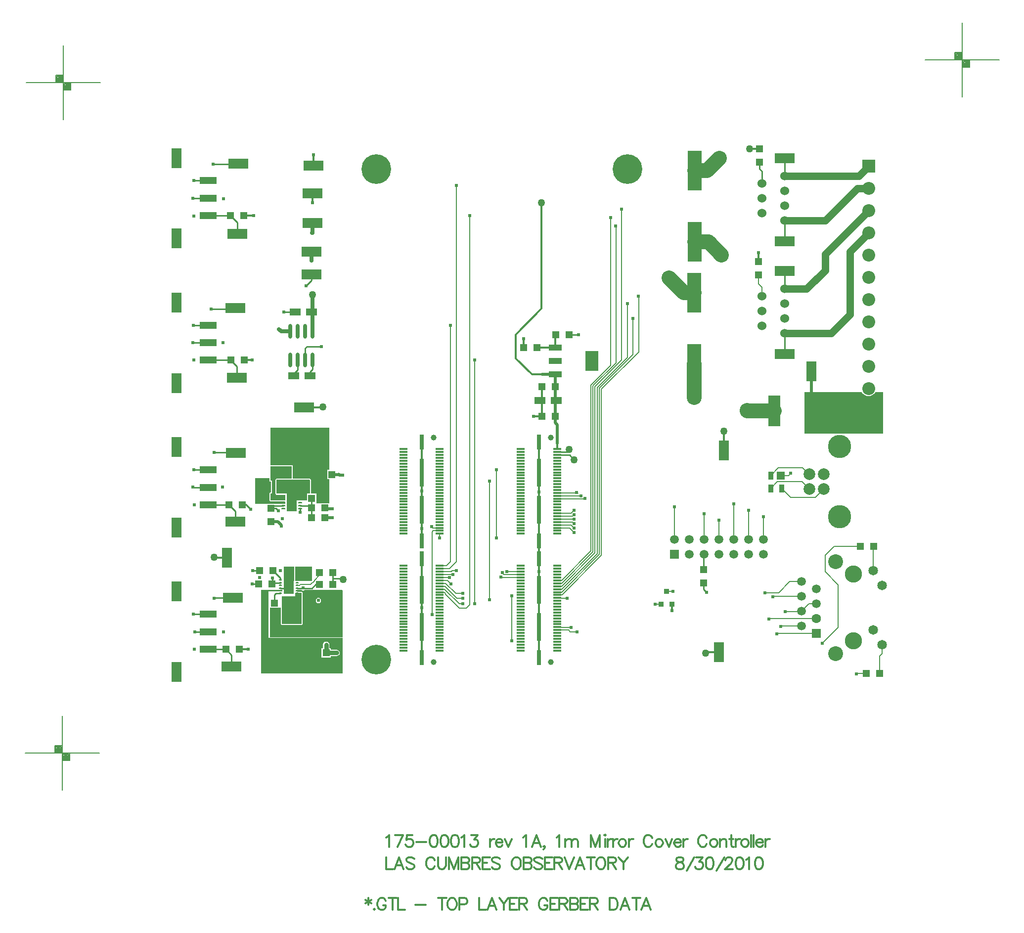
<source format=gtl>
%FSLAX23Y23*%
%MOIN*%
G70*
G01*
G75*
G04 Layer_Physical_Order=1*
G04 Layer_Color=255*
%ADD10R,0.025X0.100*%
%ADD11R,0.057X0.012*%
%ADD12R,0.025X0.185*%
%ADD13R,0.085X0.138*%
%ADD14R,0.085X0.043*%
%ADD15R,0.085X0.043*%
%ADD16R,0.035X0.053*%
%ADD17R,0.053X0.053*%
%ADD18R,0.070X0.135*%
%ADD19R,0.036X0.036*%
%ADD20R,0.098X0.268*%
%ADD21R,0.078X0.048*%
%ADD22R,0.063X0.075*%
%ADD23R,0.050X0.050*%
%ADD24R,0.079X0.209*%
%ADD25R,0.094X0.130*%
%ADD26O,0.028X0.098*%
%ADD27R,0.087X0.059*%
%ADD28O,0.027X0.010*%
%ADD29R,0.065X0.094*%
%ADD30O,0.024X0.010*%
%ADD31R,0.135X0.070*%
%ADD32R,0.050X0.050*%
%ADD33R,0.115X0.050*%
%ADD34R,0.065X0.135*%
%ADD35C,0.008*%
%ADD36C,0.005*%
%ADD37C,0.012*%
%ADD38C,0.010*%
%ADD39C,0.020*%
%ADD40C,0.100*%
%ADD41C,0.030*%
%ADD42C,0.050*%
%ADD43C,0.025*%
%ADD44C,0.012*%
%ADD45C,0.012*%
%ADD46C,0.060*%
%ADD47C,0.039*%
%ADD48C,0.200*%
%ADD49C,0.020*%
%ADD50C,0.059*%
%ADD51R,0.059X0.059*%
%ADD52C,0.063*%
%ADD53C,0.116*%
%ADD54C,0.065*%
%ADD55C,0.100*%
%ADD56R,0.059X0.059*%
%ADD57C,0.059*%
%ADD58C,0.087*%
%ADD59R,0.087X0.087*%
%ADD60C,0.079*%
%ADD61C,0.157*%
%ADD62C,0.026*%
%ADD63C,0.024*%
%ADD64C,0.050*%
G36*
X12898Y11260D02*
X12827D01*
Y11355D01*
X12898D01*
Y11260D01*
D02*
G37*
G36*
X13017D02*
X12904D01*
Y11355D01*
X13017D01*
Y11260D01*
D02*
G37*
G36*
X13222Y11195D02*
Y10881D01*
X12732D01*
Y11079D01*
X12793D01*
Y11080D01*
X12806D01*
Y10970D01*
X12808Y10965D01*
X12812Y10963D01*
X12947D01*
X12952Y10965D01*
X12954Y10970D01*
Y11180D01*
X12952Y11184D01*
X12947Y11186D01*
X12928D01*
X12927Y11186D01*
X12923Y11187D01*
X12916D01*
Y11199D01*
X12943Y11199D01*
X12943Y11199D01*
X12949Y11195D01*
X12956Y11193D01*
X12963Y11195D01*
X12969Y11199D01*
X12969Y11199D01*
X13217Y11200D01*
X13222Y11195D01*
D02*
G37*
G36*
X12817Y11189D02*
X12725D01*
Y10875D01*
X13222D01*
Y10635D01*
X12700D01*
Y10636D01*
X12672D01*
Y11199D01*
X12817D01*
Y11189D01*
D02*
G37*
G36*
X12947Y10970D02*
X12812D01*
Y11155D01*
X12902D01*
Y11180D01*
X12947D01*
Y10970D01*
D02*
G37*
G36*
X16868Y12255D02*
X16867Y12254D01*
X16866Y12253D01*
X16336D01*
Y12534D01*
X16724D01*
X16725Y12530D01*
X16733Y12520D01*
X16744Y12512D01*
X16756Y12507D01*
X16769Y12505D01*
X16781Y12507D01*
X16793Y12512D01*
X16804Y12520D01*
X16812Y12530D01*
X16813Y12534D01*
X16868D01*
Y12255D01*
D02*
G37*
G36*
X13002Y11941D02*
X13002D01*
X13002Y11941D01*
X13003Y11941D01*
X13003Y11941D01*
X13003Y11941D01*
X13003Y11941D01*
X13003Y11940D01*
Y11848D01*
X12984D01*
Y11804D01*
X12910D01*
X12909Y11803D01*
X12848D01*
Y11848D01*
X12778D01*
X12777Y11848D01*
X12776Y11849D01*
Y11941D01*
X12777Y11941D01*
X12778Y11942D01*
X13001D01*
X13002Y11941D01*
D02*
G37*
G36*
X12881Y12033D02*
X12881Y12033D01*
Y11949D01*
Y11949D01*
X12841D01*
X12841Y11948D01*
X12776D01*
X12772Y11946D01*
X12770Y11942D01*
Y11848D01*
X12772Y11843D01*
X12776Y11841D01*
X12838D01*
Y11806D01*
X12834Y11802D01*
X12738D01*
X12737Y11802D01*
X12736Y11803D01*
Y11848D01*
X12748D01*
Y11935D01*
X12736D01*
Y12034D01*
X12880D01*
X12881Y12033D01*
D02*
G37*
G36*
X12730Y11933D02*
X12732Y11929D01*
X12736Y11927D01*
X12739D01*
Y11857D01*
X12736D01*
X12732Y11855D01*
X12730Y11850D01*
Y11802D01*
X12732Y11797D01*
X12736Y11795D01*
X12816D01*
X12816Y11795D01*
X12833D01*
X12836Y11794D01*
Y11780D01*
X12634D01*
X12634Y11780D01*
X12634Y11780D01*
X12633Y11780D01*
Y11953D01*
X12730D01*
Y11933D01*
D02*
G37*
G36*
X13133Y12008D02*
X13119D01*
Y11946D01*
X13133D01*
Y11787D01*
X13129Y11783D01*
X13046D01*
Y11786D01*
X13046D01*
Y11848D01*
X13010D01*
Y11941D01*
X13010Y11941D01*
X13010Y11941D01*
X13009Y11943D01*
X13008Y11945D01*
X13008Y11945D01*
X13008Y11946D01*
X13007Y11947D01*
X13005Y11947D01*
X13002Y11948D01*
X12888D01*
X12888Y11949D01*
Y12034D01*
X12886Y12038D01*
X12881Y12040D01*
X12736D01*
Y12292D01*
X12736Y12292D01*
X12736Y12292D01*
X12737Y12294D01*
X13133D01*
Y12008D01*
D02*
G37*
%LPC*%
G36*
X13112Y10851D02*
X13104Y10849D01*
X13097Y10845D01*
X13092Y10838D01*
X13091Y10830D01*
Y10806D01*
X13081D01*
Y10744D01*
X13143D01*
Y10753D01*
X13182D01*
X13190Y10755D01*
X13197Y10759D01*
X13202Y10766D01*
X13204Y10775D01*
X13202Y10783D01*
X13197Y10790D01*
X13190Y10794D01*
X13182Y10796D01*
X13143D01*
Y10806D01*
X13134D01*
Y10830D01*
X13132Y10838D01*
X13127Y10845D01*
X13120Y10849D01*
X13112Y10851D01*
D02*
G37*
G36*
X13060Y11146D02*
X13053Y11145D01*
X13047Y11141D01*
X13043Y11135D01*
X13042Y11128D01*
X13043Y11121D01*
X13047Y11115D01*
X13053Y11111D01*
X13060Y11109D01*
X13067Y11111D01*
X13073Y11115D01*
X13077Y11121D01*
X13078Y11128D01*
X13077Y11135D01*
X13073Y11141D01*
X13067Y11145D01*
X13060Y11146D01*
D02*
G37*
%LPD*%
D10*
X14547Y11409D02*
D03*
Y11531D02*
D03*
Y12196D02*
D03*
Y10744D02*
D03*
X13757Y11409D02*
D03*
Y11531D02*
D03*
Y12196D02*
D03*
Y10744D02*
D03*
D11*
X14669Y12149D02*
D03*
Y12129D02*
D03*
Y12110D02*
D03*
Y12090D02*
D03*
Y12070D02*
D03*
Y12050D02*
D03*
Y12031D02*
D03*
Y12011D02*
D03*
Y11991D02*
D03*
Y11972D02*
D03*
Y11952D02*
D03*
Y11932D02*
D03*
Y11913D02*
D03*
Y11893D02*
D03*
Y11873D02*
D03*
Y11854D02*
D03*
Y11834D02*
D03*
Y11814D02*
D03*
Y11795D02*
D03*
Y11775D02*
D03*
Y11755D02*
D03*
Y11736D02*
D03*
Y11716D02*
D03*
Y11696D02*
D03*
Y11676D02*
D03*
Y11657D02*
D03*
Y11637D02*
D03*
Y11617D02*
D03*
Y11598D02*
D03*
Y11578D02*
D03*
Y11362D02*
D03*
Y11342D02*
D03*
Y11322D02*
D03*
Y11302D02*
D03*
Y11283D02*
D03*
Y11263D02*
D03*
Y11243D02*
D03*
Y11224D02*
D03*
Y11204D02*
D03*
Y11184D02*
D03*
Y11165D02*
D03*
Y11145D02*
D03*
Y11125D02*
D03*
Y11106D02*
D03*
Y11086D02*
D03*
Y11066D02*
D03*
Y11047D02*
D03*
Y11027D02*
D03*
Y11007D02*
D03*
Y10987D02*
D03*
Y10968D02*
D03*
Y10948D02*
D03*
Y10928D02*
D03*
Y10909D02*
D03*
Y10889D02*
D03*
Y10869D02*
D03*
Y10850D02*
D03*
Y10830D02*
D03*
Y10810D02*
D03*
Y10791D02*
D03*
X14425Y12149D02*
D03*
Y12129D02*
D03*
Y12110D02*
D03*
Y12090D02*
D03*
Y12070D02*
D03*
Y12050D02*
D03*
Y12031D02*
D03*
Y12011D02*
D03*
Y11991D02*
D03*
Y11972D02*
D03*
Y11952D02*
D03*
Y11932D02*
D03*
Y11913D02*
D03*
Y11893D02*
D03*
Y11873D02*
D03*
Y11854D02*
D03*
Y11834D02*
D03*
Y11814D02*
D03*
Y11795D02*
D03*
Y11775D02*
D03*
Y11755D02*
D03*
Y11736D02*
D03*
Y11716D02*
D03*
Y11696D02*
D03*
Y11676D02*
D03*
Y11657D02*
D03*
Y11637D02*
D03*
Y11617D02*
D03*
Y11598D02*
D03*
Y11578D02*
D03*
Y11362D02*
D03*
Y11342D02*
D03*
Y11322D02*
D03*
Y11302D02*
D03*
Y11283D02*
D03*
Y11263D02*
D03*
Y11243D02*
D03*
Y11224D02*
D03*
Y11204D02*
D03*
Y11184D02*
D03*
Y11165D02*
D03*
Y11145D02*
D03*
Y11125D02*
D03*
Y11106D02*
D03*
Y11086D02*
D03*
Y11066D02*
D03*
Y11047D02*
D03*
Y11027D02*
D03*
Y11007D02*
D03*
Y10987D02*
D03*
Y10968D02*
D03*
Y10948D02*
D03*
Y10928D02*
D03*
Y10909D02*
D03*
Y10889D02*
D03*
Y10869D02*
D03*
Y10850D02*
D03*
Y10830D02*
D03*
Y10810D02*
D03*
Y10791D02*
D03*
X13878Y12149D02*
D03*
Y12129D02*
D03*
Y12110D02*
D03*
Y12090D02*
D03*
Y12070D02*
D03*
Y12050D02*
D03*
Y12031D02*
D03*
Y12011D02*
D03*
Y11991D02*
D03*
Y11972D02*
D03*
Y11952D02*
D03*
Y11932D02*
D03*
Y11913D02*
D03*
Y11893D02*
D03*
Y11873D02*
D03*
Y11854D02*
D03*
Y11834D02*
D03*
Y11814D02*
D03*
Y11795D02*
D03*
Y11775D02*
D03*
Y11755D02*
D03*
Y11736D02*
D03*
Y11716D02*
D03*
Y11696D02*
D03*
Y11676D02*
D03*
Y11657D02*
D03*
Y11637D02*
D03*
Y11617D02*
D03*
Y11598D02*
D03*
Y11578D02*
D03*
Y11362D02*
D03*
Y11342D02*
D03*
Y11322D02*
D03*
Y11302D02*
D03*
Y11283D02*
D03*
Y11263D02*
D03*
Y11243D02*
D03*
Y11224D02*
D03*
Y11204D02*
D03*
Y11184D02*
D03*
Y11165D02*
D03*
Y11145D02*
D03*
Y11125D02*
D03*
Y11106D02*
D03*
Y11086D02*
D03*
Y11066D02*
D03*
Y11047D02*
D03*
Y11027D02*
D03*
Y11007D02*
D03*
Y10987D02*
D03*
Y10968D02*
D03*
Y10948D02*
D03*
Y10928D02*
D03*
Y10909D02*
D03*
Y10889D02*
D03*
Y10869D02*
D03*
Y10850D02*
D03*
Y10830D02*
D03*
Y10810D02*
D03*
Y10791D02*
D03*
X13635Y12149D02*
D03*
Y12129D02*
D03*
Y12110D02*
D03*
Y12090D02*
D03*
Y12070D02*
D03*
Y12050D02*
D03*
Y12031D02*
D03*
Y12011D02*
D03*
Y11991D02*
D03*
Y11972D02*
D03*
Y11952D02*
D03*
Y11932D02*
D03*
Y11913D02*
D03*
Y11893D02*
D03*
Y11873D02*
D03*
Y11854D02*
D03*
Y11834D02*
D03*
Y11814D02*
D03*
Y11795D02*
D03*
Y11775D02*
D03*
Y11755D02*
D03*
Y11736D02*
D03*
Y11716D02*
D03*
Y11696D02*
D03*
Y11676D02*
D03*
Y11657D02*
D03*
Y11637D02*
D03*
Y11617D02*
D03*
Y11598D02*
D03*
Y11578D02*
D03*
Y11362D02*
D03*
Y11342D02*
D03*
Y11322D02*
D03*
Y11302D02*
D03*
Y11283D02*
D03*
Y11263D02*
D03*
Y11243D02*
D03*
Y11224D02*
D03*
Y11204D02*
D03*
Y11184D02*
D03*
Y11165D02*
D03*
Y11145D02*
D03*
Y11125D02*
D03*
Y11106D02*
D03*
Y11086D02*
D03*
Y11066D02*
D03*
Y11047D02*
D03*
Y11027D02*
D03*
Y11007D02*
D03*
Y10987D02*
D03*
Y10968D02*
D03*
Y10948D02*
D03*
Y10928D02*
D03*
Y10909D02*
D03*
Y10889D02*
D03*
Y10869D02*
D03*
Y10850D02*
D03*
Y10830D02*
D03*
Y10810D02*
D03*
Y10791D02*
D03*
D12*
X14547Y11988D02*
D03*
Y11738D02*
D03*
Y10951D02*
D03*
Y11201D02*
D03*
X13757Y11988D02*
D03*
Y11738D02*
D03*
Y10951D02*
D03*
Y11201D02*
D03*
D13*
X14902Y12743D02*
D03*
D14*
X14658Y12653D02*
D03*
Y12834D02*
D03*
D15*
Y12743D02*
D03*
D16*
X16109Y11971D02*
D03*
Y11884D02*
D03*
X16183D02*
D03*
D17*
X16176Y11971D02*
D03*
D18*
X15793Y12138D02*
D03*
X16382Y12674D02*
D03*
X12442Y11417D02*
D03*
X15759Y10779D02*
D03*
D19*
X15369Y11104D02*
D03*
X15406Y11190D02*
D03*
X15443Y11104D02*
D03*
D20*
X15598Y13545D02*
D03*
Y14025D02*
D03*
X15595Y12722D02*
D03*
Y13202D02*
D03*
D21*
X13004Y12642D02*
D03*
X12894D02*
D03*
X14553Y12475D02*
D03*
X14663D02*
D03*
X13015Y13073D02*
D03*
X12905D02*
D03*
D22*
X13074Y11895D02*
D03*
X12964D02*
D03*
X12710Y11892D02*
D03*
X12820D02*
D03*
D23*
X14566Y12570D02*
D03*
X14656D02*
D03*
X12437Y10799D02*
D03*
X12527D02*
D03*
X12458Y11773D02*
D03*
X12548D02*
D03*
X12469Y12748D02*
D03*
X12559D02*
D03*
X12468Y13722D02*
D03*
X12558D02*
D03*
X16755Y10636D02*
D03*
X16845D02*
D03*
X16713Y11492D02*
D03*
X16803D02*
D03*
X13150Y11977D02*
D03*
X13060D02*
D03*
X13105Y11752D02*
D03*
X13015D02*
D03*
Y11817D02*
D03*
X13105D02*
D03*
X13015Y11687D02*
D03*
X13105D02*
D03*
X12662Y11330D02*
D03*
X12752D02*
D03*
X13157Y11315D02*
D03*
X13067D02*
D03*
X13157Y11235D02*
D03*
X13067D02*
D03*
X12747Y11240D02*
D03*
X12657D02*
D03*
X12867Y11320D02*
D03*
X12957D02*
D03*
X14568Y12368D02*
D03*
X14658D02*
D03*
X14660Y12921D02*
D03*
X14750D02*
D03*
X14445Y12833D02*
D03*
X14535D02*
D03*
D24*
X16394Y12407D02*
D03*
X16134D02*
D03*
D25*
X13144Y11050D02*
D03*
X12870D02*
D03*
D26*
X13021Y12942D02*
D03*
X12971D02*
D03*
X12921D02*
D03*
X12871D02*
D03*
X13021Y12749D02*
D03*
X12971D02*
D03*
X12921D02*
D03*
X12871D02*
D03*
D27*
X12917Y10926D02*
D03*
Y10674D02*
D03*
X12820Y11996D02*
D03*
Y12248D02*
D03*
D28*
X12825Y11806D02*
D03*
Y11787D02*
D03*
Y11767D02*
D03*
Y11747D02*
D03*
X12936D02*
D03*
Y11767D02*
D03*
X12936Y11787D02*
D03*
X12936Y11806D02*
D03*
D29*
X12880Y11777D02*
D03*
X12859Y11220D02*
D03*
D30*
X12916Y11265D02*
D03*
Y11247D02*
D03*
X12802Y11265D02*
D03*
Y11247D02*
D03*
Y11229D02*
D03*
Y11211D02*
D03*
Y11194D02*
D03*
Y11176D02*
D03*
X12916D02*
D03*
Y11194D02*
D03*
Y11211D02*
D03*
Y11229D02*
D03*
D31*
X16202Y12790D02*
D03*
Y13350D02*
D03*
Y13550D02*
D03*
Y14110D02*
D03*
X13019Y13674D02*
D03*
X13026Y14061D02*
D03*
X13015Y13481D02*
D03*
X13021Y13873D02*
D03*
X12484Y11147D02*
D03*
X12502Y12124D02*
D03*
X12500Y13099D02*
D03*
X12521Y14074D02*
D03*
X12475Y10683D02*
D03*
X12500Y11659D02*
D03*
X12509Y12629D02*
D03*
X12514Y13600D02*
D03*
X13015Y13326D02*
D03*
X12963Y12430D02*
D03*
D32*
X16027Y13413D02*
D03*
Y13323D02*
D03*
X16035Y14173D02*
D03*
Y14083D02*
D03*
X15658Y11337D02*
D03*
Y11247D02*
D03*
X12741Y11659D02*
D03*
Y11749D02*
D03*
X12762Y11020D02*
D03*
Y11110D02*
D03*
X13112Y10775D02*
D03*
Y10685D02*
D03*
D33*
X12318Y13722D02*
D03*
Y13840D02*
D03*
Y13958D02*
D03*
Y12748D02*
D03*
Y12866D02*
D03*
Y12984D02*
D03*
Y11773D02*
D03*
Y11891D02*
D03*
Y12009D02*
D03*
Y10799D02*
D03*
Y10917D02*
D03*
Y11035D02*
D03*
D34*
X12102Y13569D02*
D03*
Y14111D02*
D03*
Y12594D02*
D03*
Y13137D02*
D03*
Y11620D02*
D03*
Y12162D02*
D03*
Y10646D02*
D03*
Y11188D02*
D03*
D35*
X13994Y11142D02*
X14034D01*
X13912Y11224D02*
X13994Y11142D01*
X13986Y11175D02*
X14034D01*
X13917Y11243D02*
X13986Y11175D01*
X13878Y11224D02*
X13912D01*
X13878Y11243D02*
X13917D01*
X14009Y11105D02*
X14034D01*
X13910Y11204D02*
X14009Y11105D01*
X13878Y11204D02*
X13910D01*
X13878Y11184D02*
X13907D01*
X13917Y11175D01*
Y11170D02*
X14010Y11077D01*
X13917Y11170D02*
Y11175D01*
X14010Y11077D02*
X14056D01*
X12916Y11229D02*
X12933D01*
X12938Y11235D01*
X13008D01*
X13032Y11259D01*
Y11264D01*
X13067Y11299D01*
Y11315D01*
X16536Y11492D02*
X16713D01*
X16476Y11433D02*
X16536Y11492D01*
X16476Y11322D02*
Y11433D01*
Y11322D02*
X16564Y11234D01*
X15029Y12713D02*
Y13710D01*
X14897Y12581D02*
X15029Y12713D01*
X14897Y11462D02*
Y12581D01*
X14699Y11263D02*
X14897Y11462D01*
X14669Y11263D02*
X14699D01*
X15067Y12731D02*
Y13652D01*
X14911Y12576D02*
X15067Y12731D01*
X14911Y11456D02*
Y12576D01*
X14699Y11243D02*
X14911Y11456D01*
X14669Y11243D02*
X14699D01*
X15105Y12749D02*
Y13766D01*
X14925Y12570D02*
X15105Y12749D01*
X14925Y11450D02*
Y12570D01*
X14699Y11224D02*
X14925Y11450D01*
X14669Y11224D02*
X14699D01*
X15143Y12767D02*
Y13128D01*
X14939Y12564D02*
X15143Y12767D01*
X14939Y11444D02*
Y12564D01*
X14699Y11204D02*
X14939Y11444D01*
X14669Y11204D02*
X14699D01*
X15181Y12786D02*
Y13029D01*
X14953Y12558D02*
X15181Y12786D01*
X14953Y11438D02*
Y12558D01*
X14699Y11184D02*
X14953Y11438D01*
X14669Y11184D02*
X14699D01*
X14967Y12552D02*
X15219Y12804D01*
X14967Y11433D02*
Y12552D01*
X14702Y11167D02*
X14967Y11433D01*
X14112Y11105D02*
Y12750D01*
X14215Y11134D02*
Y11934D01*
X14362Y10856D02*
Y11160D01*
X14056Y11077D02*
X14079Y11100D01*
Y13723D01*
X13878Y11362D02*
X13923D01*
X13950Y11388D01*
Y12983D01*
X13878Y11342D02*
X13944D01*
X13990Y11388D01*
Y13927D01*
X13835Y11598D02*
X13878D01*
X13827Y11590D02*
X13835Y11598D01*
X13827Y11033D02*
Y11590D01*
X13878Y11552D02*
Y11578D01*
X13878Y11551D02*
X13878Y11552D01*
X14260Y11551D02*
Y12010D01*
X13878Y11263D02*
X13931D01*
X13953Y11241D01*
X13830Y11617D02*
X13878D01*
X13822Y11625D02*
X13830Y11617D01*
X15406Y11190D02*
X15450D01*
X15329Y11104D02*
X15369D01*
X14669Y11144D02*
X14738D01*
X14669Y11145D02*
X14669Y11144D01*
X14669Y11165D02*
X14702D01*
Y11167D01*
X15219Y12804D02*
Y13180D01*
X15181Y13029D02*
X15181Y13029D01*
X15143Y13128D02*
X15143Y13128D01*
X16049Y13180D02*
Y13241D01*
X16027Y13263D02*
X16049Y13241D01*
X16027Y13263D02*
Y13323D01*
X16801Y11329D02*
Y11491D01*
X16803Y11492D01*
X16564Y10947D02*
Y11234D01*
X16457Y10840D02*
X16564Y10947D01*
X14670Y10946D02*
X14764D01*
X14669Y10948D02*
X14670Y10946D01*
X16861Y10769D02*
Y10831D01*
X16845Y10752D02*
X16861Y10769D01*
X16845Y10636D02*
Y10752D01*
X16690Y10636D02*
X16755D01*
X16688Y10634D02*
X16690Y10636D01*
X14757Y10917D02*
X14805D01*
X14746Y10928D02*
X14757Y10917D01*
X14669Y10928D02*
X14746D01*
X11311Y14643D02*
X11321D01*
X11311Y14638D02*
Y14648D01*
Y14638D02*
X11321D01*
Y14648D01*
X11311D02*
X11321D01*
X11306Y14633D02*
Y14648D01*
Y14633D02*
X11326D01*
Y14653D01*
X11306D02*
X11326D01*
X11301Y14628D02*
Y14653D01*
Y14628D02*
X11331D01*
Y14658D01*
X11301D02*
X11331D01*
X11296Y14623D02*
Y14663D01*
Y14623D02*
X11336D01*
Y14663D01*
X11296D02*
X11336D01*
X11361Y14593D02*
X11371D01*
X11361Y14588D02*
Y14598D01*
Y14588D02*
X11371D01*
Y14598D01*
X11361D02*
X11371D01*
X11356Y14583D02*
Y14598D01*
Y14583D02*
X11376D01*
Y14603D01*
X11356D02*
X11376D01*
X11351Y14578D02*
Y14603D01*
Y14578D02*
X11381D01*
Y14608D01*
X11351D02*
X11381D01*
X11346Y14573D02*
Y14613D01*
Y14573D02*
X11386D01*
Y14613D01*
X11346D02*
X11386D01*
X11341Y14568D02*
X11391D01*
Y14618D01*
X11291Y14668D02*
X11341D01*
X11291Y14618D02*
Y14668D01*
X11341Y14368D02*
Y14868D01*
X11091Y14618D02*
X11591D01*
X11302Y10123D02*
X11312D01*
X11302Y10118D02*
Y10128D01*
Y10118D02*
X11312D01*
Y10128D01*
X11302D02*
X11312D01*
X11297Y10113D02*
Y10128D01*
Y10113D02*
X11317D01*
Y10133D01*
X11297D02*
X11317D01*
X11292Y10108D02*
Y10133D01*
Y10108D02*
X11322D01*
Y10138D01*
X11292D02*
X11322D01*
X11287Y10103D02*
Y10143D01*
Y10103D02*
X11327D01*
Y10143D01*
X11287D02*
X11327D01*
X11352Y10073D02*
X11362D01*
X11352Y10068D02*
Y10078D01*
Y10068D02*
X11362D01*
Y10078D01*
X11352D02*
X11362D01*
X11347Y10063D02*
Y10078D01*
Y10063D02*
X11367D01*
Y10083D01*
X11347D02*
X11367D01*
X11342Y10058D02*
Y10083D01*
Y10058D02*
X11372D01*
Y10088D01*
X11342D02*
X11372D01*
X11337Y10053D02*
Y10093D01*
Y10053D02*
X11377D01*
Y10093D01*
X11337D02*
X11377D01*
X11332Y10048D02*
X11382D01*
Y10098D01*
X11282Y10148D02*
X11332D01*
X11282Y10098D02*
Y10148D01*
X11332Y9848D02*
Y10348D01*
X11082Y10098D02*
X11582D01*
X17370Y14798D02*
X17380D01*
X17370Y14793D02*
Y14803D01*
Y14793D02*
X17380Y14793D01*
X17380Y14803D01*
X17370D02*
X17380D01*
X17365Y14788D02*
Y14803D01*
Y14788D02*
X17385D01*
Y14808D01*
X17365Y14808D02*
X17385Y14808D01*
X17360Y14783D02*
Y14808D01*
Y14783D02*
X17390D01*
Y14813D01*
X17360D02*
X17390D01*
X17355Y14778D02*
Y14818D01*
Y14778D02*
X17395D01*
Y14818D01*
X17355D02*
X17395D01*
X17420Y14748D02*
X17430D01*
X17420Y14743D02*
X17420Y14753D01*
X17420Y14743D02*
X17430D01*
Y14753D01*
X17420Y14753D02*
X17430Y14753D01*
X17415Y14738D02*
Y14753D01*
Y14738D02*
X17435Y14738D01*
X17435Y14758D02*
X17435Y14738D01*
X17415Y14758D02*
X17435D01*
X17410Y14733D02*
Y14758D01*
Y14733D02*
X17440D01*
Y14763D01*
X17410D02*
X17440D01*
X17405Y14728D02*
Y14768D01*
Y14728D02*
X17445D01*
Y14768D01*
X17405D02*
X17445D01*
X17400Y14723D02*
X17450Y14723D01*
X17450Y14773D02*
X17450Y14723D01*
X17350Y14823D02*
X17400Y14823D01*
X17350Y14823D02*
X17350Y14773D01*
X17400Y14523D02*
Y15023D01*
X17150Y14773D02*
X17650D01*
D36*
X13988Y11331D02*
X13990Y11328D01*
X13955Y11323D02*
X13963Y11331D01*
X13955Y11322D02*
X13955Y11323D01*
X13956D01*
X13963Y11331D02*
X13988D01*
X13880Y11304D02*
X13966D01*
X13878Y11302D02*
X13880Y11304D01*
X13878Y11322D02*
X13955D01*
X13990Y11328D02*
Y11329D01*
X14299Y11315D02*
X14311Y11302D01*
X16059Y11692D02*
X16060Y11691D01*
Y11639D02*
Y11691D01*
X15959Y11736D02*
X15960Y11735D01*
Y11679D02*
Y11735D01*
X15860Y11780D02*
X15860Y11780D01*
X15760Y11670D02*
X15760Y11670D01*
X15760Y11626D02*
Y11670D01*
X15660Y11714D02*
X15660Y11714D01*
X15660Y11657D02*
Y11714D01*
X15460Y11758D02*
X15460Y11758D01*
X15460Y11695D02*
Y11758D01*
X14669Y11716D02*
X14763D01*
X14669Y11696D02*
X14773D01*
X14669Y11676D02*
X14783D01*
X14669Y11657D02*
X14773D01*
X14669Y11637D02*
X14763D01*
X14669Y11617D02*
X14752D01*
X14773Y11657D02*
X14783Y11646D01*
X14763Y11637D02*
X14783Y11616D01*
X14752Y11617D02*
X14783Y11586D01*
X14763Y11716D02*
X14783Y11736D01*
X14773Y11696D02*
X14783Y11706D01*
X15460Y11541D02*
Y11695D01*
X15860Y11541D02*
Y11780D01*
X15960Y11541D02*
Y11679D01*
X14849Y11814D02*
X14850Y11815D01*
X14669Y11814D02*
X14849D01*
X14669Y11814D02*
X14669Y11814D01*
X16060Y11638D02*
Y11639D01*
Y11541D02*
Y11639D01*
X15760Y11541D02*
Y11618D01*
Y11626D01*
X15660Y11541D02*
Y11657D01*
X16230Y11971D02*
X16245Y11985D01*
X16176Y11971D02*
X16230D01*
X16109D02*
X16161Y12023D01*
X16324D01*
X16369Y11979D01*
X16109Y11884D02*
X16153Y11928D01*
X16321D01*
X16369Y11880D01*
X16183Y11884D02*
X16243Y11824D01*
X16411D01*
X16467Y11880D01*
X14669Y11854D02*
X14809D01*
X14669Y11834D02*
X14829D01*
X14830Y11834D01*
X14809Y11854D02*
X14810Y11854D01*
X16151Y10904D02*
X16151Y10905D01*
X16418D01*
X16178Y10953D02*
X16179Y10955D01*
X16318D01*
X16097Y11004D02*
X16097Y11005D01*
X16418D01*
X16318Y11055D02*
X16368Y11105D01*
X16318Y11054D02*
X16318Y11055D01*
X16207Y11054D02*
X16318D01*
X16368Y11105D02*
X16418D01*
X16125Y11154D02*
X16125Y11155D01*
X16318D01*
X16071Y11178D02*
X16162D01*
X16238Y11255D01*
X16318D01*
X14311Y11302D02*
X14425D01*
X14291Y11283D02*
X14425D01*
X14331Y11322D02*
X14425D01*
X14289Y11285D02*
X14291Y11283D01*
X14329Y11324D02*
X14331Y11322D01*
X13878Y11283D02*
X13944D01*
X13944Y11282D01*
D37*
X14445Y12833D02*
Y12893D01*
X14657Y12833D02*
Y12919D01*
X14535Y12833D02*
X14657D01*
X12558Y13722D02*
X12625D01*
X12613Y12748D02*
X12615Y12750D01*
X12559Y12748D02*
X12613D01*
X12573Y11773D02*
X12602Y11744D01*
X12548Y11773D02*
X12573D01*
X12527Y10799D02*
X12587D01*
X13757Y11867D02*
Y12196D01*
Y11867D02*
X13757Y11866D01*
Y11739D02*
Y11866D01*
X13756Y11738D02*
X13757Y11739D01*
X13756Y11614D02*
Y11738D01*
Y11614D02*
X13757Y11614D01*
Y11531D02*
Y11614D01*
X13757Y11079D02*
Y11408D01*
X13757Y10951D02*
Y11079D01*
Y10744D02*
Y10951D01*
Y11079D02*
X13757Y11079D01*
X14547Y11988D02*
Y12196D01*
Y11862D02*
Y11988D01*
Y11201D02*
Y11323D01*
Y10951D02*
Y11201D01*
Y10744D02*
Y10951D01*
X14546Y11324D02*
Y11861D01*
Y11324D02*
X14547Y11323D01*
X14546Y11861D02*
X14547Y11862D01*
X14566Y12370D02*
Y12570D01*
X14510Y12368D02*
X14568D01*
X14566Y12370D02*
X14568Y12368D01*
X14669Y12149D02*
Y12187D01*
X15443Y11058D02*
Y11104D01*
X15968Y14173D02*
X16035D01*
X15967Y14172D02*
X15968Y14173D01*
X16027Y13413D02*
Y13471D01*
X16028Y13472D01*
X13021Y13808D02*
Y13873D01*
X13019Y13806D02*
X13021Y13808D01*
X13026Y14061D02*
Y14131D01*
X13027Y14132D01*
X14565Y13096D02*
Y13808D01*
X14390Y12921D02*
X14565Y13096D01*
X14390Y12761D02*
Y12921D01*
Y12761D02*
X14499Y12652D01*
X14567D01*
X15793Y12138D02*
Y12269D01*
X15678Y10779D02*
X15759D01*
X15671Y10772D02*
X15678Y10779D01*
X12360Y11417D02*
X12442D01*
X12357Y11420D02*
X12360Y11417D01*
X12963Y12430D02*
X13087D01*
X13090Y12433D01*
X13518Y9531D02*
X13526Y9535D01*
X13537Y9546D01*
Y9466D01*
X13630Y9546D02*
X13592Y9466D01*
X13577Y9546D02*
X13630D01*
X13694D02*
X13656D01*
X13652Y9512D01*
X13656Y9516D01*
X13667Y9520D01*
X13679D01*
X13690Y9516D01*
X13698Y9508D01*
X13701Y9497D01*
Y9489D01*
X13698Y9478D01*
X13690Y9470D01*
X13679Y9466D01*
X13667D01*
X13656Y9470D01*
X13652Y9474D01*
X13648Y9482D01*
X13719Y9501D02*
X13788D01*
X13834Y9546D02*
X13823Y9543D01*
X13815Y9531D01*
X13811Y9512D01*
Y9501D01*
X13815Y9482D01*
X13823Y9470D01*
X13834Y9466D01*
X13842D01*
X13853Y9470D01*
X13861Y9482D01*
X13865Y9501D01*
Y9512D01*
X13861Y9531D01*
X13853Y9543D01*
X13842Y9546D01*
X13834D01*
X13906D02*
X13894Y9543D01*
X13886Y9531D01*
X13883Y9512D01*
Y9501D01*
X13886Y9482D01*
X13894Y9470D01*
X13906Y9466D01*
X13913D01*
X13925Y9470D01*
X13932Y9482D01*
X13936Y9501D01*
Y9512D01*
X13932Y9531D01*
X13925Y9543D01*
X13913Y9546D01*
X13906D01*
X13977D02*
X13965Y9543D01*
X13958Y9531D01*
X13954Y9512D01*
Y9501D01*
X13958Y9482D01*
X13965Y9470D01*
X13977Y9466D01*
X13984D01*
X13996Y9470D01*
X14003Y9482D01*
X14007Y9501D01*
Y9512D01*
X14003Y9531D01*
X13996Y9543D01*
X13984Y9546D01*
X13977D01*
X14025Y9531D02*
X14033Y9535D01*
X14044Y9546D01*
Y9466D01*
X14091Y9546D02*
X14133D01*
X14110Y9516D01*
X14122D01*
X14129Y9512D01*
X14133Y9508D01*
X14137Y9497D01*
Y9489D01*
X14133Y9478D01*
X14126Y9470D01*
X14114Y9466D01*
X14103D01*
X14091Y9470D01*
X14088Y9474D01*
X14084Y9482D01*
X14218Y9520D02*
Y9466D01*
Y9497D02*
X14222Y9508D01*
X14229Y9516D01*
X14237Y9520D01*
X14248D01*
X14256Y9497D02*
X14301D01*
Y9504D01*
X14297Y9512D01*
X14294Y9516D01*
X14286Y9520D01*
X14275D01*
X14267Y9516D01*
X14259Y9508D01*
X14256Y9497D01*
Y9489D01*
X14259Y9478D01*
X14267Y9470D01*
X14275Y9466D01*
X14286D01*
X14294Y9470D01*
X14301Y9478D01*
X14318Y9520D02*
X14341Y9466D01*
X14364Y9520D02*
X14341Y9466D01*
X14440Y9531D02*
X14447Y9535D01*
X14459Y9546D01*
Y9466D01*
X14559D02*
X14529Y9546D01*
X14499Y9466D01*
X14510Y9493D02*
X14548D01*
X14586Y9470D02*
X14582Y9466D01*
X14578Y9470D01*
X14582Y9474D01*
X14586Y9470D01*
Y9463D01*
X14582Y9455D01*
X14578Y9451D01*
X14666Y9531D02*
X14674Y9535D01*
X14685Y9546D01*
Y9466D01*
X14725Y9520D02*
Y9466D01*
Y9504D02*
X14736Y9516D01*
X14744Y9520D01*
X14755D01*
X14763Y9516D01*
X14767Y9504D01*
Y9466D01*
Y9504D02*
X14778Y9516D01*
X14786Y9520D01*
X14797D01*
X14805Y9516D01*
X14809Y9504D01*
Y9466D01*
X14897Y9546D02*
Y9466D01*
Y9546D02*
X14927Y9466D01*
X14957Y9546D02*
X14927Y9466D01*
X14957Y9546D02*
Y9466D01*
X14988Y9546D02*
X14992Y9543D01*
X14996Y9546D01*
X14992Y9550D01*
X14988Y9546D01*
X14992Y9520D02*
Y9466D01*
X15010Y9520D02*
Y9466D01*
Y9497D02*
X15013Y9508D01*
X15021Y9516D01*
X15029Y9520D01*
X15040D01*
X15047D02*
Y9466D01*
Y9497D02*
X15051Y9508D01*
X15059Y9516D01*
X15066Y9520D01*
X15078D01*
X15104D02*
X15097Y9516D01*
X15089Y9508D01*
X15085Y9497D01*
Y9489D01*
X15089Y9478D01*
X15097Y9470D01*
X15104Y9466D01*
X15116D01*
X15123Y9470D01*
X15131Y9478D01*
X15135Y9489D01*
Y9497D01*
X15131Y9508D01*
X15123Y9516D01*
X15116Y9520D01*
X15104D01*
X15152D02*
Y9466D01*
Y9497D02*
X15156Y9508D01*
X15164Y9516D01*
X15171Y9520D01*
X15183D01*
X15310Y9527D02*
X15306Y9535D01*
X15298Y9543D01*
X15291Y9546D01*
X15276D01*
X15268Y9543D01*
X15260Y9535D01*
X15256Y9527D01*
X15253Y9516D01*
Y9497D01*
X15256Y9485D01*
X15260Y9478D01*
X15268Y9470D01*
X15276Y9466D01*
X15291D01*
X15298Y9470D01*
X15306Y9478D01*
X15310Y9485D01*
X15351Y9520D02*
X15344Y9516D01*
X15336Y9508D01*
X15332Y9497D01*
Y9489D01*
X15336Y9478D01*
X15344Y9470D01*
X15351Y9466D01*
X15363D01*
X15370Y9470D01*
X15378Y9478D01*
X15382Y9489D01*
Y9497D01*
X15378Y9508D01*
X15370Y9516D01*
X15363Y9520D01*
X15351D01*
X15399D02*
X15422Y9466D01*
X15445Y9520D02*
X15422Y9466D01*
X15458Y9497D02*
X15504D01*
Y9504D01*
X15500Y9512D01*
X15496Y9516D01*
X15488Y9520D01*
X15477D01*
X15469Y9516D01*
X15462Y9508D01*
X15458Y9497D01*
Y9489D01*
X15462Y9478D01*
X15469Y9470D01*
X15477Y9466D01*
X15488D01*
X15496Y9470D01*
X15504Y9478D01*
X15521Y9520D02*
Y9466D01*
Y9497D02*
X15525Y9508D01*
X15532Y9516D01*
X15540Y9520D01*
X15551D01*
X15678Y9527D02*
X15675Y9535D01*
X15667Y9543D01*
X15659Y9546D01*
X15644D01*
X15637Y9543D01*
X15629Y9535D01*
X15625Y9527D01*
X15621Y9516D01*
Y9497D01*
X15625Y9485D01*
X15629Y9478D01*
X15637Y9470D01*
X15644Y9466D01*
X15659D01*
X15667Y9470D01*
X15675Y9478D01*
X15678Y9485D01*
X15720Y9520D02*
X15712Y9516D01*
X15705Y9508D01*
X15701Y9497D01*
Y9489D01*
X15705Y9478D01*
X15712Y9470D01*
X15720Y9466D01*
X15731D01*
X15739Y9470D01*
X15747Y9478D01*
X15750Y9489D01*
Y9497D01*
X15747Y9508D01*
X15739Y9516D01*
X15731Y9520D01*
X15720D01*
X15768D02*
Y9466D01*
Y9504D02*
X15779Y9516D01*
X15787Y9520D01*
X15798D01*
X15806Y9516D01*
X15810Y9504D01*
Y9466D01*
X15842Y9546D02*
Y9482D01*
X15846Y9470D01*
X15854Y9466D01*
X15861D01*
X15831Y9520D02*
X15857D01*
X15873D02*
Y9466D01*
Y9497D02*
X15877Y9508D01*
X15884Y9516D01*
X15892Y9520D01*
X15903D01*
X15929D02*
X15922Y9516D01*
X15914Y9508D01*
X15910Y9497D01*
Y9489D01*
X15914Y9478D01*
X15922Y9470D01*
X15929Y9466D01*
X15941D01*
X15949Y9470D01*
X15956Y9478D01*
X15960Y9489D01*
Y9497D01*
X15956Y9508D01*
X15949Y9516D01*
X15941Y9520D01*
X15929D01*
X15977Y9546D02*
Y9466D01*
X15994Y9546D02*
Y9466D01*
X16011Y9497D02*
X16057D01*
Y9504D01*
X16053Y9512D01*
X16049Y9516D01*
X16041Y9520D01*
X16030D01*
X16022Y9516D01*
X16015Y9508D01*
X16011Y9497D01*
Y9489D01*
X16015Y9478D01*
X16022Y9470D01*
X16030Y9466D01*
X16041D01*
X16049Y9470D01*
X16057Y9478D01*
X16074Y9520D02*
Y9466D01*
Y9497D02*
X16078Y9508D01*
X16085Y9516D01*
X16093Y9520D01*
X16104D01*
D38*
X14811Y12921D02*
X14812Y12920D01*
X14750Y12921D02*
X14811D01*
X15658Y11203D02*
X15678Y11183D01*
X15658Y11203D02*
Y11247D01*
Y11337D02*
Y11439D01*
X12827Y13073D02*
X12905D01*
X12982Y12840D02*
X13080D01*
X12971Y12829D02*
X12982Y12840D01*
X12971Y12749D02*
Y12829D01*
X13021Y12685D02*
Y12749D01*
X13004Y12668D02*
X13021Y12685D01*
X13004Y12642D02*
Y12668D01*
X12921Y12684D02*
Y12749D01*
X12894Y12657D02*
X12921Y12684D01*
X12894Y12642D02*
Y12657D01*
X13015Y13073D02*
X13021Y13067D01*
X12516Y14069D02*
X12521Y14074D01*
X12351Y14069D02*
X12516D01*
X12219Y13959D02*
X12220Y13958D01*
X12318D01*
X12214Y13839D02*
X12215Y13840D01*
X12318D01*
X12468Y13722D02*
X12514Y13676D01*
Y13600D02*
Y13676D01*
X12318Y13722D02*
X12468D01*
X12495Y13094D02*
X12500Y13099D01*
X12338Y13094D02*
X12495D01*
X12217Y12984D02*
X12218Y12984D01*
X12318D01*
X12212Y12865D02*
X12212Y12866D01*
X12318D01*
X12468Y12748D02*
X12509Y12707D01*
Y12629D02*
Y12707D01*
X12318Y12748D02*
X12468D01*
X12499Y12127D02*
X12502Y12124D01*
X12356Y12127D02*
X12499D01*
X12220Y12009D02*
X12220Y12009D01*
X12318D01*
X12214Y11892D02*
X12215Y11891D01*
X12318D01*
X12458Y11773D02*
X12500Y11731D01*
Y11659D02*
Y11731D01*
X12318Y11773D02*
X12458D01*
X12361Y11147D02*
X12484D01*
X12357Y11143D02*
X12361Y11147D01*
X12216Y11035D02*
X12216Y11035D01*
X12318D01*
X12228Y10917D02*
X12228Y10917D01*
X12318D01*
X12436Y10799D02*
X12475Y10760D01*
Y10683D02*
Y10760D01*
X12318Y10799D02*
X12436D01*
X12956Y11211D02*
X13017D01*
X13040Y11235D01*
X12752Y11330D02*
X12802Y11280D01*
Y11211D02*
X12850D01*
X13040Y11235D02*
X13067D01*
X12754Y11247D02*
X12802D01*
Y11265D02*
Y11280D01*
X12774Y11176D02*
X12802D01*
X12618Y11330D02*
X12662D01*
X12614Y11240D02*
X12657D01*
X13157Y11276D02*
Y11315D01*
X12916Y11211D02*
X12956D01*
X12956Y11212D01*
X12850Y11211D02*
X12859Y11220D01*
X12762Y11130D02*
Y11165D01*
X13157Y11235D02*
Y11276D01*
X12750Y11243D02*
Y11279D01*
Y11243D02*
X12754Y11247D01*
X12762Y11165D02*
X12774Y11176D01*
X12740Y11767D02*
X12825D01*
X12936D02*
X13000D01*
X13015Y11687D02*
Y11752D01*
Y11817D01*
X13000Y11767D02*
X13015Y11752D01*
X12936Y11724D02*
Y11747D01*
Y11724D02*
X12936Y11724D01*
X12740Y11767D02*
X12740Y11767D01*
X12774Y11749D02*
X12789Y11734D01*
X12741Y11749D02*
X12774D01*
X16202Y12790D02*
Y12930D01*
Y13230D02*
Y13350D01*
Y13550D02*
Y13690D01*
Y13990D02*
Y14110D01*
X16035Y14037D02*
Y14083D01*
Y14037D02*
X16049Y14023D01*
Y13940D02*
Y14023D01*
X14669Y12129D02*
X14732D01*
X14750Y12147D01*
X14669Y12110D02*
X14752D01*
X14785Y12076D01*
X13015Y13286D02*
Y13326D01*
X12978Y13249D02*
X13015Y13286D01*
X13157Y11276D02*
X13222D01*
X13226Y11271D01*
D39*
X14669Y12187D02*
Y12314D01*
X14656Y12570D02*
Y12651D01*
Y12326D02*
Y12570D01*
Y12326D02*
X14669Y12314D01*
X14656Y12651D02*
X14658Y12653D01*
X13150Y11977D02*
X13195D01*
X13196Y11978D01*
X13105Y11752D02*
X13110Y11747D01*
X13152D01*
X13105Y11687D02*
X13155D01*
X12741Y11659D02*
X12787D01*
X14567Y12653D02*
X14658D01*
X16382Y12419D02*
Y12674D01*
Y12419D02*
X16394Y12407D01*
X13196Y11978D02*
X13200Y11974D01*
X13224D01*
X12787Y11659D02*
X12811Y11635D01*
Y11629D02*
Y11635D01*
D40*
X15949Y12408D02*
X15950Y12407D01*
X16134D01*
X15595Y12495D02*
Y12722D01*
X15598Y13545D02*
X15689D01*
X15777Y13457D01*
X15525Y13202D02*
X15595D01*
X15424Y13303D02*
X15525Y13202D01*
X15598Y14025D02*
X15681D01*
X15765Y14109D01*
Y14108D02*
Y14109D01*
D41*
X13112Y10775D02*
Y10830D01*
Y10775D02*
X13182D01*
D42*
X16703Y13990D02*
X16769Y14055D01*
X16202Y13990D02*
X16703D01*
X16692Y13905D02*
X16769D01*
X16476Y13690D02*
X16692Y13905D01*
X16202Y13690D02*
X16476D01*
X16476Y13462D02*
X16769Y13755D01*
X16476Y13354D02*
Y13462D01*
X16351Y13230D02*
X16476Y13354D01*
X16202Y13230D02*
X16351D01*
X16644Y13480D02*
X16769Y13605D01*
X16644Y13057D02*
Y13480D01*
X16516Y12930D02*
X16644Y13057D01*
X16202Y12930D02*
X16516D01*
D43*
X13021Y12942D02*
Y13190D01*
X12810Y12942D02*
X12871D01*
X12794Y12957D02*
X12810Y12942D01*
X13019Y13606D02*
Y13674D01*
X13018Y13605D02*
X13019Y13606D01*
X13015Y13422D02*
Y13481D01*
X13014Y13421D02*
X13015Y13422D01*
D44*
X13397Y9122D02*
Y9076D01*
X13378Y9110D02*
X13416Y9087D01*
Y9110D02*
X13378Y9087D01*
X13437Y9049D02*
X13433Y9045D01*
X13437Y9042D01*
X13440Y9045D01*
X13437Y9049D01*
X13515Y9103D02*
X13511Y9110D01*
X13504Y9118D01*
X13496Y9122D01*
X13481D01*
X13473Y9118D01*
X13465Y9110D01*
X13462Y9103D01*
X13458Y9091D01*
Y9072D01*
X13462Y9061D01*
X13465Y9053D01*
X13473Y9045D01*
X13481Y9042D01*
X13496D01*
X13504Y9045D01*
X13511Y9053D01*
X13515Y9061D01*
Y9072D01*
X13496D02*
X13515D01*
X13560Y9122D02*
Y9042D01*
X13533Y9122D02*
X13587D01*
X13596D02*
Y9042D01*
X13642D01*
X13713Y9076D02*
X13782D01*
X13895Y9122D02*
Y9042D01*
X13868Y9122D02*
X13922D01*
X13954D02*
X13947Y9118D01*
X13939Y9110D01*
X13935Y9103D01*
X13931Y9091D01*
Y9072D01*
X13935Y9061D01*
X13939Y9053D01*
X13947Y9045D01*
X13954Y9042D01*
X13969D01*
X13977Y9045D01*
X13985Y9053D01*
X13988Y9061D01*
X13992Y9072D01*
Y9091D01*
X13988Y9103D01*
X13985Y9110D01*
X13977Y9118D01*
X13969Y9122D01*
X13954D01*
X14011Y9080D02*
X14045D01*
X14057Y9084D01*
X14060Y9087D01*
X14064Y9095D01*
Y9106D01*
X14060Y9114D01*
X14057Y9118D01*
X14045Y9122D01*
X14011D01*
Y9042D01*
X14145Y9122D02*
Y9042D01*
X14191D01*
X14260D02*
X14230Y9122D01*
X14199Y9042D01*
X14211Y9068D02*
X14249D01*
X14279Y9122D02*
X14310Y9084D01*
Y9042D01*
X14340Y9122D02*
X14310Y9084D01*
X14400Y9122D02*
X14350D01*
Y9042D01*
X14400D01*
X14350Y9084D02*
X14381D01*
X14413Y9122D02*
Y9042D01*
Y9122D02*
X14447D01*
X14459Y9118D01*
X14463Y9114D01*
X14466Y9106D01*
Y9099D01*
X14463Y9091D01*
X14459Y9087D01*
X14447Y9084D01*
X14413D01*
X14440D02*
X14466Y9042D01*
X14604Y9103D02*
X14600Y9110D01*
X14593Y9118D01*
X14585Y9122D01*
X14570D01*
X14562Y9118D01*
X14555Y9110D01*
X14551Y9103D01*
X14547Y9091D01*
Y9072D01*
X14551Y9061D01*
X14555Y9053D01*
X14562Y9045D01*
X14570Y9042D01*
X14585D01*
X14593Y9045D01*
X14600Y9053D01*
X14604Y9061D01*
Y9072D01*
X14585D02*
X14604D01*
X14672Y9122D02*
X14623D01*
Y9042D01*
X14672D01*
X14623Y9084D02*
X14653D01*
X14685Y9122D02*
Y9042D01*
Y9122D02*
X14720D01*
X14731Y9118D01*
X14735Y9114D01*
X14739Y9106D01*
Y9099D01*
X14735Y9091D01*
X14731Y9087D01*
X14720Y9084D01*
X14685D01*
X14712D02*
X14739Y9042D01*
X14757Y9122D02*
Y9042D01*
Y9122D02*
X14791D01*
X14802Y9118D01*
X14806Y9114D01*
X14810Y9106D01*
Y9099D01*
X14806Y9091D01*
X14802Y9087D01*
X14791Y9084D01*
X14757D02*
X14791D01*
X14802Y9080D01*
X14806Y9076D01*
X14810Y9068D01*
Y9057D01*
X14806Y9049D01*
X14802Y9045D01*
X14791Y9042D01*
X14757D01*
X14877Y9122D02*
X14828D01*
Y9042D01*
X14877D01*
X14828Y9084D02*
X14858D01*
X14891Y9122D02*
Y9042D01*
Y9122D02*
X14925D01*
X14936Y9118D01*
X14940Y9114D01*
X14944Y9106D01*
Y9099D01*
X14940Y9091D01*
X14936Y9087D01*
X14925Y9084D01*
X14891D01*
X14917D02*
X14944Y9042D01*
X15025Y9122D02*
Y9042D01*
Y9122D02*
X15051D01*
X15063Y9118D01*
X15070Y9110D01*
X15074Y9103D01*
X15078Y9091D01*
Y9072D01*
X15074Y9061D01*
X15070Y9053D01*
X15063Y9045D01*
X15051Y9042D01*
X15025D01*
X15157D02*
X15126Y9122D01*
X15096Y9042D01*
X15107Y9068D02*
X15146D01*
X15202Y9122D02*
Y9042D01*
X15176Y9122D02*
X15229D01*
X15299Y9042D02*
X15269Y9122D01*
X15238Y9042D01*
X15250Y9068D02*
X15288D01*
D45*
X13518Y9396D02*
Y9316D01*
X13564D01*
X13634D02*
X13603Y9396D01*
X13573Y9316D01*
X13584Y9343D02*
X13622D01*
X13706Y9385D02*
X13698Y9393D01*
X13687Y9396D01*
X13671D01*
X13660Y9393D01*
X13652Y9385D01*
Y9377D01*
X13656Y9370D01*
X13660Y9366D01*
X13667Y9362D01*
X13690Y9354D01*
X13698Y9351D01*
X13702Y9347D01*
X13706Y9339D01*
Y9328D01*
X13698Y9320D01*
X13687Y9316D01*
X13671D01*
X13660Y9320D01*
X13652Y9328D01*
X13843Y9377D02*
X13840Y9385D01*
X13832Y9393D01*
X13824Y9396D01*
X13809D01*
X13802Y9393D01*
X13794Y9385D01*
X13790Y9377D01*
X13786Y9366D01*
Y9347D01*
X13790Y9335D01*
X13794Y9328D01*
X13802Y9320D01*
X13809Y9316D01*
X13824D01*
X13832Y9320D01*
X13840Y9328D01*
X13843Y9335D01*
X13866Y9396D02*
Y9339D01*
X13870Y9328D01*
X13877Y9320D01*
X13889Y9316D01*
X13896D01*
X13908Y9320D01*
X13915Y9328D01*
X13919Y9339D01*
Y9396D01*
X13941D02*
Y9316D01*
Y9396D02*
X13972Y9316D01*
X14002Y9396D02*
X13972Y9316D01*
X14002Y9396D02*
Y9316D01*
X14025Y9396D02*
Y9316D01*
Y9396D02*
X14059D01*
X14071Y9393D01*
X14075Y9389D01*
X14078Y9381D01*
Y9373D01*
X14075Y9366D01*
X14071Y9362D01*
X14059Y9358D01*
X14025D02*
X14059D01*
X14071Y9354D01*
X14075Y9351D01*
X14078Y9343D01*
Y9332D01*
X14075Y9324D01*
X14071Y9320D01*
X14059Y9316D01*
X14025D01*
X14096Y9396D02*
Y9316D01*
Y9396D02*
X14131D01*
X14142Y9393D01*
X14146Y9389D01*
X14150Y9381D01*
Y9373D01*
X14146Y9366D01*
X14142Y9362D01*
X14131Y9358D01*
X14096D01*
X14123D02*
X14150Y9316D01*
X14217Y9396D02*
X14168D01*
Y9316D01*
X14217D01*
X14168Y9358D02*
X14198D01*
X14284Y9385D02*
X14276Y9393D01*
X14265Y9396D01*
X14249D01*
X14238Y9393D01*
X14230Y9385D01*
Y9377D01*
X14234Y9370D01*
X14238Y9366D01*
X14246Y9362D01*
X14268Y9354D01*
X14276Y9351D01*
X14280Y9347D01*
X14284Y9339D01*
Y9328D01*
X14276Y9320D01*
X14265Y9316D01*
X14249D01*
X14238Y9320D01*
X14230Y9328D01*
X14387Y9396D02*
X14380Y9393D01*
X14372Y9385D01*
X14368Y9377D01*
X14364Y9366D01*
Y9347D01*
X14368Y9335D01*
X14372Y9328D01*
X14380Y9320D01*
X14387Y9316D01*
X14403D01*
X14410Y9320D01*
X14418Y9328D01*
X14422Y9335D01*
X14425Y9347D01*
Y9366D01*
X14422Y9377D01*
X14418Y9385D01*
X14410Y9393D01*
X14403Y9396D01*
X14387D01*
X14444D02*
Y9316D01*
Y9396D02*
X14478D01*
X14490Y9393D01*
X14494Y9389D01*
X14497Y9381D01*
Y9373D01*
X14494Y9366D01*
X14490Y9362D01*
X14478Y9358D01*
X14444D02*
X14478D01*
X14490Y9354D01*
X14494Y9351D01*
X14497Y9343D01*
Y9332D01*
X14494Y9324D01*
X14490Y9320D01*
X14478Y9316D01*
X14444D01*
X14569Y9385D02*
X14561Y9393D01*
X14550Y9396D01*
X14534D01*
X14523Y9393D01*
X14515Y9385D01*
Y9377D01*
X14519Y9370D01*
X14523Y9366D01*
X14531Y9362D01*
X14553Y9354D01*
X14561Y9351D01*
X14565Y9347D01*
X14569Y9339D01*
Y9328D01*
X14561Y9320D01*
X14550Y9316D01*
X14534D01*
X14523Y9320D01*
X14515Y9328D01*
X14636Y9396D02*
X14587D01*
Y9316D01*
X14636D01*
X14587Y9358D02*
X14617D01*
X14649Y9396D02*
Y9316D01*
Y9396D02*
X14684D01*
X14695Y9393D01*
X14699Y9389D01*
X14703Y9381D01*
Y9373D01*
X14699Y9366D01*
X14695Y9362D01*
X14684Y9358D01*
X14649D01*
X14676D02*
X14703Y9316D01*
X14721Y9396D02*
X14751Y9316D01*
X14782Y9396D02*
X14751Y9316D01*
X14853D02*
X14822Y9396D01*
X14792Y9316D01*
X14803Y9343D02*
X14841D01*
X14898Y9396D02*
Y9316D01*
X14871Y9396D02*
X14925D01*
X14957D02*
X14949Y9393D01*
X14942Y9385D01*
X14938Y9377D01*
X14934Y9366D01*
Y9347D01*
X14938Y9335D01*
X14942Y9328D01*
X14949Y9320D01*
X14957Y9316D01*
X14972D01*
X14980Y9320D01*
X14988Y9328D01*
X14991Y9335D01*
X14995Y9347D01*
Y9366D01*
X14991Y9377D01*
X14988Y9385D01*
X14980Y9393D01*
X14972Y9396D01*
X14957D01*
X15014D02*
Y9316D01*
Y9396D02*
X15048D01*
X15060Y9393D01*
X15063Y9389D01*
X15067Y9381D01*
Y9373D01*
X15063Y9366D01*
X15060Y9362D01*
X15048Y9358D01*
X15014D01*
X15041D02*
X15067Y9316D01*
X15085Y9396D02*
X15116Y9358D01*
Y9316D01*
X15146Y9396D02*
X15116Y9358D01*
X15490Y9396D02*
X15478Y9393D01*
X15474Y9385D01*
Y9377D01*
X15478Y9370D01*
X15486Y9366D01*
X15501Y9362D01*
X15512Y9358D01*
X15520Y9351D01*
X15524Y9343D01*
Y9332D01*
X15520Y9324D01*
X15516Y9320D01*
X15505Y9316D01*
X15490D01*
X15478Y9320D01*
X15474Y9324D01*
X15471Y9332D01*
Y9343D01*
X15474Y9351D01*
X15482Y9358D01*
X15493Y9362D01*
X15509Y9366D01*
X15516Y9370D01*
X15520Y9377D01*
Y9385D01*
X15516Y9393D01*
X15505Y9396D01*
X15490D01*
X15542Y9305D02*
X15595Y9396D01*
X15608D02*
X15650D01*
X15627Y9366D01*
X15638D01*
X15646Y9362D01*
X15650Y9358D01*
X15654Y9347D01*
Y9339D01*
X15650Y9328D01*
X15642Y9320D01*
X15631Y9316D01*
X15619D01*
X15608Y9320D01*
X15604Y9324D01*
X15600Y9332D01*
X15694Y9396D02*
X15683Y9393D01*
X15675Y9381D01*
X15672Y9362D01*
Y9351D01*
X15675Y9332D01*
X15683Y9320D01*
X15694Y9316D01*
X15702D01*
X15714Y9320D01*
X15721Y9332D01*
X15725Y9351D01*
Y9362D01*
X15721Y9381D01*
X15714Y9393D01*
X15702Y9396D01*
X15694D01*
X15743Y9305D02*
X15796Y9396D01*
X15805Y9377D02*
Y9381D01*
X15809Y9389D01*
X15813Y9393D01*
X15821Y9396D01*
X15836D01*
X15843Y9393D01*
X15847Y9389D01*
X15851Y9381D01*
Y9373D01*
X15847Y9366D01*
X15840Y9354D01*
X15801Y9316D01*
X15855D01*
X15896Y9396D02*
X15884Y9393D01*
X15877Y9381D01*
X15873Y9362D01*
Y9351D01*
X15877Y9332D01*
X15884Y9320D01*
X15896Y9316D01*
X15903D01*
X15915Y9320D01*
X15922Y9332D01*
X15926Y9351D01*
Y9362D01*
X15922Y9381D01*
X15915Y9393D01*
X15903Y9396D01*
X15896D01*
X15944Y9381D02*
X15952Y9385D01*
X15963Y9396D01*
Y9316D01*
X16025Y9396D02*
X16014Y9393D01*
X16006Y9381D01*
X16003Y9362D01*
Y9351D01*
X16006Y9332D01*
X16014Y9320D01*
X16025Y9316D01*
X16033D01*
X16044Y9320D01*
X16052Y9332D01*
X16056Y9351D01*
Y9362D01*
X16052Y9381D01*
X16044Y9393D01*
X16033Y9396D01*
X16025D01*
D46*
X16202Y13690D02*
D03*
X16049Y13740D02*
D03*
X16202Y13790D02*
D03*
X16049Y13840D02*
D03*
X16202Y13890D02*
D03*
X16049Y13940D02*
D03*
X16202Y13990D02*
D03*
Y12930D02*
D03*
X16049Y12980D02*
D03*
X16202Y13030D02*
D03*
X16049Y13080D02*
D03*
X16202Y13130D02*
D03*
X16049Y13180D02*
D03*
X16202Y13230D02*
D03*
D47*
X14627Y12227D02*
D03*
Y10712D02*
D03*
X13837Y12227D02*
D03*
Y10712D02*
D03*
D48*
X15142Y14037D02*
D03*
X13449D02*
D03*
Y10730D02*
D03*
D49*
X14918Y12783D02*
D03*
Y12743D02*
D03*
Y12704D02*
D03*
X14878D02*
D03*
Y12743D02*
D03*
Y12783D02*
D03*
D50*
X16318Y11255D02*
D03*
Y10955D02*
D03*
X16418Y11205D02*
D03*
X16318Y11155D02*
D03*
Y11055D02*
D03*
X16418Y11105D02*
D03*
D51*
Y10905D02*
D03*
D52*
Y11005D02*
D03*
D53*
X16668Y10855D02*
D03*
Y11305D02*
D03*
D54*
X16861Y10831D02*
D03*
X16801Y10931D02*
D03*
X16861Y11229D02*
D03*
X16801Y11329D02*
D03*
D55*
X16548Y10770D02*
D03*
Y11390D02*
D03*
X15949Y12408D02*
D03*
X15594Y12496D02*
D03*
X15777Y13457D02*
D03*
X15423Y13303D02*
D03*
X15765Y14108D02*
D03*
D56*
X15460Y11441D02*
D03*
D57*
Y11541D02*
D03*
X15560Y11441D02*
D03*
Y11541D02*
D03*
X15660Y11441D02*
D03*
Y11541D02*
D03*
X15760Y11441D02*
D03*
Y11541D02*
D03*
X15860Y11441D02*
D03*
Y11541D02*
D03*
X15960Y11441D02*
D03*
Y11541D02*
D03*
X16060Y11441D02*
D03*
Y11541D02*
D03*
D58*
X16769Y12405D02*
D03*
Y12555D02*
D03*
Y12705D02*
D03*
Y12855D02*
D03*
Y13005D02*
D03*
Y13155D02*
D03*
Y13305D02*
D03*
Y13455D02*
D03*
Y13605D02*
D03*
Y13755D02*
D03*
Y13905D02*
D03*
D59*
Y14055D02*
D03*
D60*
X16369Y11979D02*
D03*
Y11880D02*
D03*
X16467D02*
D03*
Y11979D02*
D03*
D61*
X16574Y11693D02*
D03*
Y12167D02*
D03*
D62*
X12880Y11800D02*
D03*
Y11753D02*
D03*
X12859Y11244D02*
D03*
Y11197D02*
D03*
D63*
X14034Y11176D02*
D03*
X14034Y11105D02*
D03*
X14034Y11142D02*
D03*
X13990Y11328D02*
D03*
X13966Y11304D02*
D03*
X14299Y11315D02*
D03*
X16059Y11692D02*
D03*
X15959Y11736D02*
D03*
X15860Y11780D02*
D03*
X15760Y11670D02*
D03*
X15660Y11714D02*
D03*
X15460Y11758D02*
D03*
X14783Y11736D02*
D03*
Y11706D02*
D03*
Y11586D02*
D03*
Y11616D02*
D03*
Y11646D02*
D03*
Y11676D02*
D03*
X14112Y12750D02*
D03*
Y11105D02*
D03*
X14215Y11934D02*
D03*
Y11134D02*
D03*
X14362Y10856D02*
D03*
Y11160D02*
D03*
X14445Y12893D02*
D03*
X14812Y12920D02*
D03*
X12625Y13722D02*
D03*
X12615Y12750D02*
D03*
X12602Y11744D02*
D03*
X12587Y10799D02*
D03*
X13757Y11866D02*
D03*
X13756Y11614D02*
D03*
X13757Y11079D02*
D03*
X14546Y11324D02*
D03*
Y11861D02*
D03*
X14510Y12368D02*
D03*
X15678Y11183D02*
D03*
X12827Y13073D02*
D03*
X13080Y12840D02*
D03*
X12794Y12957D02*
D03*
X16245Y11985D02*
D03*
X14858Y11815D02*
D03*
X14830Y11834D02*
D03*
X14800Y11855D02*
D03*
X16151Y10904D02*
D03*
X16178Y10953D02*
D03*
X16097Y11004D02*
D03*
X16207Y11054D02*
D03*
X16125Y11154D02*
D03*
X16071Y11178D02*
D03*
X14289Y11285D02*
D03*
X14329Y11324D02*
D03*
X13944Y11282D02*
D03*
X12421Y13836D02*
D03*
X12416Y12867D02*
D03*
X12414Y11893D02*
D03*
X12219Y12748D02*
D03*
X12351Y14069D02*
D03*
X12219Y13721D02*
D03*
Y13959D02*
D03*
X12214Y13839D02*
D03*
X12338Y13094D02*
D03*
X12217Y12984D02*
D03*
X12212Y12865D02*
D03*
X12356Y12127D02*
D03*
X12223Y11772D02*
D03*
X12220Y12009D02*
D03*
X12214Y11892D02*
D03*
X12357Y11143D02*
D03*
X12216Y11035D02*
D03*
X12228Y10917D02*
D03*
X12225Y10799D02*
D03*
X12421Y10917D02*
D03*
X12663Y11283D02*
D03*
X13017Y10700D02*
D03*
X12957Y11275D02*
D03*
X13060Y11128D02*
D03*
X13112Y10830D02*
D03*
X13182Y10725D02*
D03*
Y10670D02*
D03*
X12862Y11285D02*
D03*
X12956Y11212D02*
D03*
X12962Y10825D02*
D03*
X12857D02*
D03*
X13182Y10775D02*
D03*
X12804Y11329D02*
D03*
X12618Y11330D02*
D03*
X13002Y11275D02*
D03*
X13012Y10825D02*
D03*
X12912D02*
D03*
X12750Y11279D02*
D03*
X12752Y10825D02*
D03*
X13002Y11340D02*
D03*
X12917D02*
D03*
X12752Y10760D02*
D03*
X12757Y10685D02*
D03*
X12614Y11240D02*
D03*
X12936Y11724D02*
D03*
X12789Y11734D02*
D03*
X12905Y11864D02*
D03*
X12660Y11933D02*
D03*
X12661Y11804D02*
D03*
X12705Y11806D02*
D03*
X12659Y11869D02*
D03*
X12791Y12152D02*
D03*
X12873Y12153D02*
D03*
X12981Y12155D02*
D03*
X12989Y12069D02*
D03*
X12885Y11911D02*
D03*
X12811Y11629D02*
D03*
X13152Y11747D02*
D03*
X13155Y11687D02*
D03*
X13080Y12156D02*
D03*
X13005Y11986D02*
D03*
X12911Y11985D02*
D03*
X12817Y11680D02*
D03*
X14079Y13723D02*
D03*
X13950Y12983D02*
D03*
X13990Y13927D02*
D03*
X13827Y11033D02*
D03*
X13878Y11551D02*
D03*
X14260D02*
D03*
Y12010D02*
D03*
X13953Y11241D02*
D03*
X13822Y11625D02*
D03*
X15450Y11190D02*
D03*
X15443Y11058D02*
D03*
X15329Y11104D02*
D03*
X14738Y11144D02*
D03*
X15181Y13029D02*
D03*
X15143Y13128D02*
D03*
X15218Y13180D02*
D03*
X15065Y13652D02*
D03*
X15029Y13710D02*
D03*
X15102Y13766D02*
D03*
X16028Y13472D02*
D03*
X16457Y10840D02*
D03*
X14764Y10946D02*
D03*
X16688Y10634D02*
D03*
X14805Y10917D02*
D03*
X13021Y13808D02*
D03*
X13027Y14132D02*
D03*
X13018Y13605D02*
D03*
X13014Y13421D02*
D03*
X12978Y13249D02*
D03*
X13224Y11974D02*
D03*
D64*
X15967Y14172D02*
D03*
X14750Y12147D02*
D03*
X14785Y12076D02*
D03*
X13021Y13190D02*
D03*
X14565Y13808D02*
D03*
X15793Y12269D02*
D03*
X15671Y10772D02*
D03*
X12357Y11420D02*
D03*
X13090Y12433D02*
D03*
X13226Y11271D02*
D03*
M02*

</source>
